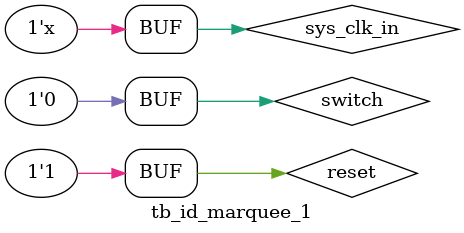
<source format=v>
`timescale 1ns/1ns
module tb_id_marquee_1();
    reg sys_clk_in;
    reg reset;
    reg switch; // Number of bits to shift
    wire [39:0] binary_out;
    wire [7:0] display_out;
    wire [7:0] seg_control;


parameter clk_freq = 28'd1000_0000; // 10MHz clock input
parameter shift_freqHz = 28'd500_0000; // 5MHz shift frequency

id_marquee_1 #(
    .clk_freq(clk_freq),
    .shift_freqHz(shift_freqHz)
) UUT1(
    .sys_clk_in(sys_clk_in),
    .reset(reset),
    .switch(switch), // 0 for left shift, 1 for right shift
    .binary_out(binary_out),
    .display_out(display_out),
    .seg_control(seg_control)
);

initial 
begin
    begin
        sys_clk_in = 1'b0; // Initialize the clock input to 0
        switch = 1'b0; // Initialize the reset input to 0
    end
    #1  reset = 1'b1; // Initialize the clock input to 0
    #1  reset = 1'b0; // Initialize the clock input to 0
    #1  reset = 1'b1; // Initialize the clock input to 0
end

always
begin
    #5 sys_clk_in = ~sys_clk_in; // Toggle the clock input every 5 time units
end

endmodule
</source>
